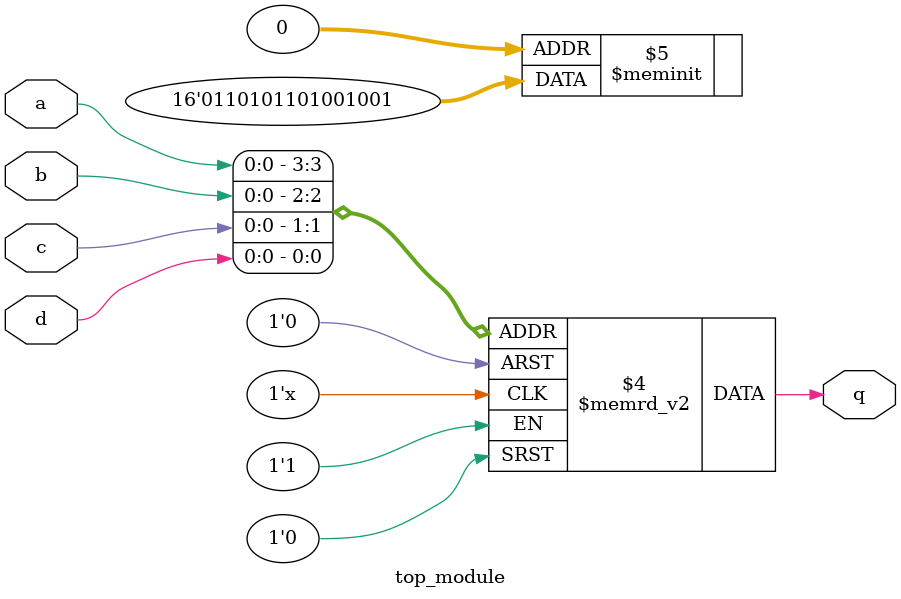
<source format=sv>
module top_module (
   input a,
   input b,
   input c,
   input d,
   output reg q
);
   
   always @* begin
      case ({a, b, c, d})
         4'b0000: q = 1;
         4'b0001: q = 0;
         4'b0010: q = 0;
         4'b0011: q = 1;
         4'b0100: q = 0;
         4'b0101: q = 0;
         4'b0110: q = 1;
         4'b0111: q = 0;
         4'b1000: q = 1;
         4'b1001: q = 1;
         4'b1010: q = 0;
         4'b1011: q = 1;
         4'b1100: q = 0;
         4'b1101: q = 1;
         4'b1110: q = 1;
         4'b1111: q = 0;
      endcase
   end
   
endmodule

</source>
